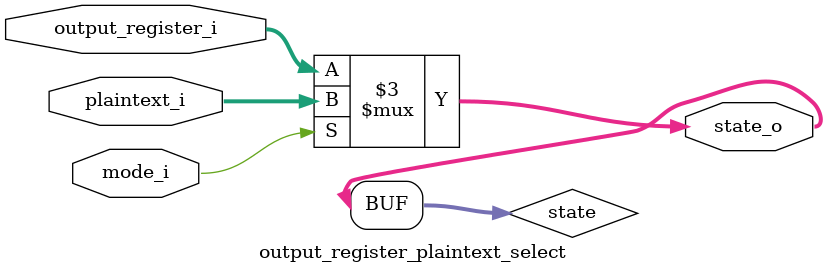
<source format=v>
module output_register_plaintext_select (
	input mode_i,
	input [1023:0] output_register_i,
	input [1023:0] plaintext_i,
	
	output [1023:0] state_o
    );

reg [1023:0] state;

assign state_o = state;

always @(*) begin
	if (mode_i) // Initial plaintext mode
	begin
		state[1023:0] = plaintext_i[1023:0];
	end else begin // Previous state mode
		state[1023:0] = output_register_i[1023:0];
	end
end

endmodule

</source>
